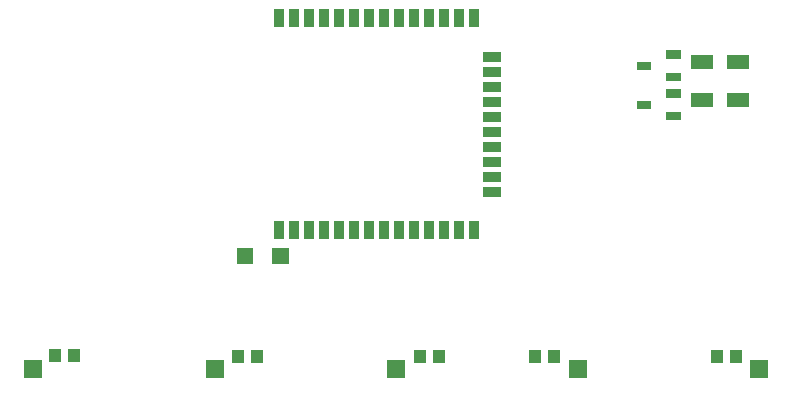
<source format=gbp>
G04 Layer: BottomPasteMaskLayer*
G04 EasyEDA v6.3.52, 2020-06-08T18:28:06+08:00*
G04 b620e5eaaf5e4283affdf04958e78c07,0271aa7b776e406f8d319a2d24a91b4c,10*
G04 Gerber Generator version 0.2*
G04 Scale: 100 percent, Rotated: No, Reflected: No *
G04 Dimensions in millimeters *
G04 leading zeros omitted , absolute positions ,3 integer and 3 decimal *
%FSLAX33Y33*%
%MOMM*%
G90*
G71D02*

%ADD38R,0.899998X1.499997*%
%ADD39R,1.499997X0.899998*%

%LPD*%
G36*
G01X71943Y38140D02*
G01X71943Y39340D01*
G01X70042Y39340D01*
G01X70042Y38140D01*
G01X71943Y38140D01*
G37*
G36*
G01X71943Y34939D02*
G01X71943Y36139D01*
G01X70042Y36139D01*
G01X70042Y34939D01*
G01X71943Y34939D01*
G37*
G36*
G01X66994Y36139D02*
G01X66994Y34939D01*
G01X68895Y34939D01*
G01X68895Y36139D01*
G01X66994Y36139D01*
G37*
G36*
G01X66994Y39340D02*
G01X66994Y38140D01*
G01X68895Y38140D01*
G01X68895Y39340D01*
G01X66994Y39340D01*
G37*
G36*
G01X63637Y38059D02*
G01X63637Y38760D01*
G01X62387Y38760D01*
G01X62387Y38059D01*
G01X63637Y38059D01*
G37*
G36*
G01X66136Y37110D02*
G01X66136Y37810D01*
G01X64886Y37810D01*
G01X64886Y37110D01*
G01X66136Y37110D01*
G37*
G36*
G01X66136Y39009D02*
G01X66136Y39709D01*
G01X64886Y39709D01*
G01X64886Y39009D01*
G01X66136Y39009D01*
G37*
G36*
G01X63637Y34757D02*
G01X63637Y35458D01*
G01X62387Y35458D01*
G01X62387Y34757D01*
G01X63637Y34757D01*
G37*
G36*
G01X66136Y33808D02*
G01X66136Y34508D01*
G01X64886Y34508D01*
G01X64886Y33808D01*
G01X66136Y33808D01*
G37*
G36*
G01X66136Y35707D02*
G01X66136Y36407D01*
G01X64886Y36407D01*
G01X64886Y35707D01*
G01X66136Y35707D01*
G37*
G36*
G01X28533Y21581D02*
G01X29933Y21581D01*
G01X29933Y22981D01*
G01X28533Y22981D01*
G01X28533Y21581D01*
G37*
G36*
G01X31533Y21581D02*
G01X32933Y21581D01*
G01X32933Y22981D01*
G01X31533Y22981D01*
G01X31533Y21581D01*
G37*
G36*
G01X13669Y14449D02*
G01X12669Y14449D01*
G01X12669Y13348D01*
G01X13669Y13348D01*
G01X13669Y14449D01*
G37*
G36*
G01X15269Y14449D02*
G01X14269Y14449D01*
G01X14269Y13348D01*
G01X15269Y13348D01*
G01X15269Y14449D01*
G37*
G36*
G01X29163Y14322D02*
G01X28163Y14322D01*
G01X28163Y13221D01*
G01X29163Y13221D01*
G01X29163Y14322D01*
G37*
G36*
G01X30763Y14322D02*
G01X29763Y14322D01*
G01X29763Y13221D01*
G01X30763Y13221D01*
G01X30763Y14322D01*
G37*
G36*
G01X44530Y14322D02*
G01X43530Y14322D01*
G01X43530Y13221D01*
G01X44530Y13221D01*
G01X44530Y14322D01*
G37*
G36*
G01X46130Y14322D02*
G01X45130Y14322D01*
G01X45130Y13221D01*
G01X46130Y13221D01*
G01X46130Y14322D01*
G37*
G36*
G01X54910Y13221D02*
G01X55910Y13221D01*
G01X55910Y14322D01*
G01X54910Y14322D01*
G01X54910Y13221D01*
G37*
G36*
G01X53310Y13221D02*
G01X54310Y13221D01*
G01X54310Y14322D01*
G01X53310Y14322D01*
G01X53310Y13221D01*
G37*
G36*
G01X70277Y13221D02*
G01X71277Y13221D01*
G01X71277Y14322D01*
G01X70277Y14322D01*
G01X70277Y13221D01*
G37*
G36*
G01X68677Y13221D02*
G01X69677Y13221D01*
G01X69677Y14322D01*
G01X68677Y14322D01*
G01X68677Y13221D01*
G37*
G54D38*
G01X32142Y24457D03*
G01X33412Y24457D03*
G01X34682Y24457D03*
G01X35952Y24457D03*
G01X37222Y24457D03*
G01X38492Y24457D03*
G01X39762Y24457D03*
G01X41032Y24457D03*
G01X42302Y24457D03*
G01X43572Y24457D03*
G01X44842Y24457D03*
G01X46112Y24457D03*
G01X47382Y24457D03*
G01X48652Y24457D03*
G54D39*
G01X50153Y27742D03*
G01X50153Y29012D03*
G01X50153Y30282D03*
G01X50153Y31552D03*
G01X50153Y32822D03*
G01X50153Y34092D03*
G01X50153Y35362D03*
G01X50153Y36632D03*
G01X50153Y37902D03*
G01X50153Y39172D03*
G54D38*
G01X48652Y42456D03*
G01X47382Y42456D03*
G01X46112Y42456D03*
G01X44842Y42456D03*
G01X43572Y42456D03*
G01X42302Y42456D03*
G01X41032Y42456D03*
G01X39762Y42456D03*
G01X38492Y42456D03*
G01X37222Y42456D03*
G01X35952Y42456D03*
G01X34682Y42456D03*
G01X33412Y42456D03*
G01X32142Y42456D03*
G36*
G01X12065Y13518D02*
G01X10541Y13518D01*
G01X10541Y11994D01*
G01X12065Y11994D01*
G01X12065Y13518D01*
G37*
G36*
G01X27432Y13518D02*
G01X25908Y13518D01*
G01X25908Y11994D01*
G01X27432Y11994D01*
G01X27432Y13518D01*
G37*
G36*
G01X42799Y13518D02*
G01X41275Y13518D01*
G01X41275Y11994D01*
G01X42799Y11994D01*
G01X42799Y13518D01*
G37*
G36*
G01X58166Y13518D02*
G01X56642Y13518D01*
G01X56642Y11994D01*
G01X58166Y11994D01*
G01X58166Y13518D01*
G37*
G36*
G01X73533Y13518D02*
G01X72009Y13518D01*
G01X72009Y11994D01*
G01X73533Y11994D01*
G01X73533Y13518D01*
G37*
M00*
M02*

</source>
